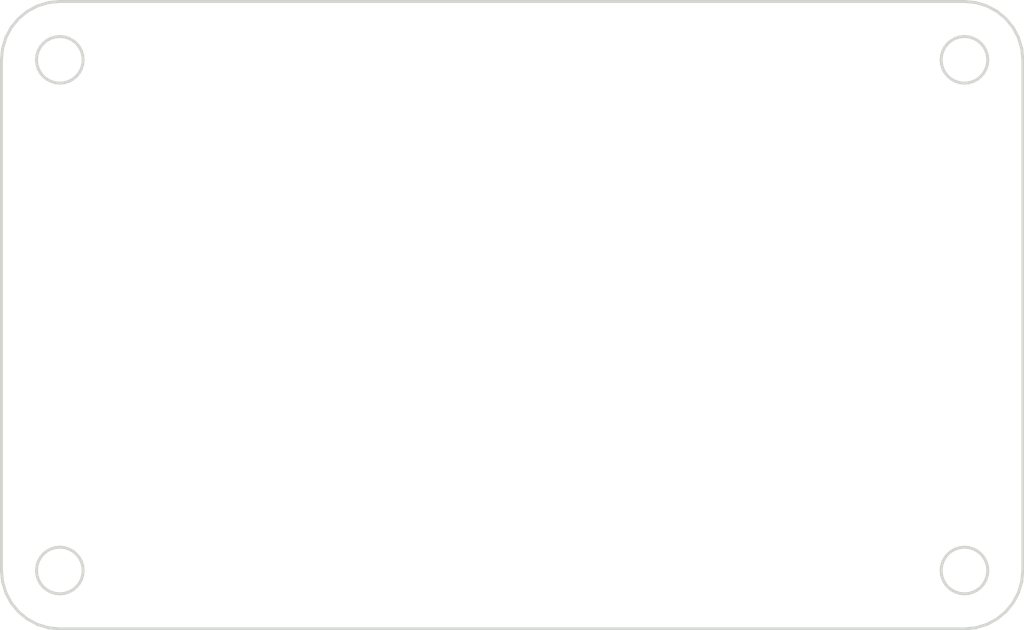
<source format=kicad_pcb>
(kicad_pcb (version 20171130) (host pcbnew 5.0.0-rc2-dev-unknown-9e8bcbe~62~ubuntu16.04.1)

  (general
    (thickness 1.6)
    (drawings 164)
    (tracks 0)
    (zones 0)
    (modules 0)
    (nets 1)
  )

  (page A4)
  (layers
    (0 F.Cu signal)
    (31 B.Cu signal)
    (32 B.Adhes user)
    (33 F.Adhes user)
    (34 B.Paste user)
    (35 F.Paste user)
    (36 B.SilkS user)
    (37 F.SilkS user)
    (38 B.Mask user)
    (39 F.Mask user)
    (40 Dwgs.User user)
    (41 Cmts.User user)
    (42 Eco1.User user)
    (43 Eco2.User user)
    (44 Edge.Cuts user)
    (45 Margin user)
    (46 B.CrtYd user)
    (47 F.CrtYd user)
    (48 B.Fab user)
    (49 F.Fab user)
  )

  (setup
    (last_trace_width 0.25)
    (trace_clearance 0.2)
    (zone_clearance 0.508)
    (zone_45_only no)
    (trace_min 0.2)
    (segment_width 0.2)
    (edge_width 0.15)
    (via_size 0.8)
    (via_drill 0.4)
    (via_min_size 0.4)
    (via_min_drill 0.3)
    (uvia_size 0.3)
    (uvia_drill 0.1)
    (uvias_allowed no)
    (uvia_min_size 0.2)
    (uvia_min_drill 0.1)
    (pcb_text_width 0.3)
    (pcb_text_size 1.5 1.5)
    (mod_edge_width 0.15)
    (mod_text_size 1 1)
    (mod_text_width 0.15)
    (pad_size 1.524 1.524)
    (pad_drill 0.762)
    (pad_to_mask_clearance 0.2)
    (aux_axis_origin 0 0)
    (visible_elements FFFFFF7F)
    (pcbplotparams
      (layerselection 0x010fc_ffffffff)
      (usegerberextensions false)
      (usegerberattributes false)
      (usegerberadvancedattributes false)
      (creategerberjobfile false)
      (excludeedgelayer true)
      (linewidth 0.100000)
      (plotframeref false)
      (viasonmask false)
      (mode 1)
      (useauxorigin false)
      (hpglpennumber 1)
      (hpglpenspeed 20)
      (hpglpendiameter 15)
      (psnegative false)
      (psa4output false)
      (plotreference true)
      (plotvalue true)
      (plotinvisibletext false)
      (padsonsilk false)
      (subtractmaskfromsilk false)
      (outputformat 1)
      (mirror false)
      (drillshape 1)
      (scaleselection 1)
      (outputdirectory ""))
  )

  (net 0 "")

  (net_class Default "This is the default net class."
    (clearance 0.2)
    (trace_width 0.25)
    (via_dia 0.8)
    (via_drill 0.4)
    (uvia_dia 0.3)
    (uvia_drill 0.1)
  )

  (gr_line (start 184.7282 119.0123) (end 184.4161 118.98155) (layer Edge.Cuts) (width 0.2))
  (gr_line (start 185.0403 118.98155) (end 184.7282 119.0123) (layer Edge.Cuts) (width 0.2))
  (gr_line (start 185.3405 118.8905) (end 185.0403 118.98155) (layer Edge.Cuts) (width 0.2))
  (gr_line (start 186.9505 120.738172) (end 187.5566 120.24072) (layer Edge.Cuts) (width 0.2))
  (gr_line (start 184.4161 118.98155) (end 184.1159 118.8905) (layer Edge.Cuts) (width 0.2))
  (gr_line (start 122.72818 119.0123) (end 122.41605 118.98155) (layer Edge.Cuts) (width 0.2))
  (gr_line (start 123.04033 118.98155) (end 122.72818 119.0123) (layer Edge.Cuts) (width 0.2))
  (gr_line (start 123.34049 118.8905) (end 123.04033 118.98155) (layer Edge.Cuts) (width 0.2))
  (gr_line (start 121.39785 83.30119) (end 121.24999 83.02459) (layer Edge.Cuts) (width 0.2))
  (gr_line (start 121.59682 83.54369) (end 121.39785 83.30119) (layer Edge.Cuts) (width 0.2))
  (gr_line (start 121.83928 83.74269) (end 121.59682 83.54369) (layer Edge.Cuts) (width 0.2))
  (gr_line (start 122.1159 83.89049) (end 121.83928 83.74269) (layer Edge.Cuts) (width 0.2))
  (gr_line (start 188.0541 119.63458) (end 188.4237 118.94304) (layer Edge.Cuts) (width 0.2))
  (gr_line (start 121.83928 116.08195) (end 122.1159 115.93409) (layer Edge.Cuts) (width 0.2))
  (gr_line (start 121.59682 116.28093) (end 121.83928 116.08195) (layer Edge.Cuts) (width 0.2))
  (gr_line (start 121.39785 116.52339) (end 121.59682 116.28093) (layer Edge.Cuts) (width 0.2))
  (gr_line (start 121.24999 116.8) (end 121.39785 116.52339) (layer Edge.Cuts) (width 0.2))
  (gr_line (start 124.05854 116.52339) (end 124.2064 116.8) (layer Edge.Cuts) (width 0.2))
  (gr_line (start 123.85956 116.28093) (end 124.05854 116.52339) (layer Edge.Cuts) (width 0.2))
  (gr_line (start 123.6171 116.08195) (end 123.85956 116.28093) (layer Edge.Cuts) (width 0.2))
  (gr_line (start 123.34049 115.93409) (end 123.6171 116.08195) (layer Edge.Cuts) (width 0.2))
  (gr_line (start 188.4237 118.94304) (end 188.6513 118.19265) (layer Edge.Cuts) (width 0.2))
  (gr_line (start 185.0403 80.84309) (end 185.3405 80.93409) (layer Edge.Cuts) (width 0.2))
  (gr_line (start 184.7282 80.81229) (end 185.0403 80.84309) (layer Edge.Cuts) (width 0.2))
  (gr_line (start 184.4161 80.84309) (end 184.7282 80.81229) (layer Edge.Cuts) (width 0.2))
  (gr_line (start 184.1159 80.93409) (end 184.4161 80.84309) (layer Edge.Cuts) (width 0.2))
  (gr_line (start 185.0403 115.84305) (end 185.3405 115.93409) (layer Edge.Cuts) (width 0.2))
  (gr_line (start 184.7282 115.8123) (end 185.0403 115.84305) (layer Edge.Cuts) (width 0.2))
  (gr_line (start 184.4161 115.84305) (end 184.7282 115.8123) (layer Edge.Cuts) (width 0.2))
  (gr_line (start 184.1159 115.93409) (end 184.4161 115.84305) (layer Edge.Cuts) (width 0.2))
  (gr_line (start 118.7282 117.41229) (end 118.805058 118.19265) (layer Edge.Cuts) (width 0.2))
  (gr_line (start 118.7282 82.41229) (end 118.7282 117.41229) (layer Edge.Cuts) (width 0.2))
  (gr_line (start 118.805058 81.63199) (end 118.7282 82.41229) (layer Edge.Cuts) (width 0.2))
  (gr_line (start 119.032674 80.88159) (end 118.805058 81.63199) (layer Edge.Cuts) (width 0.2))
  (gr_line (start 119.402318 80.18999) (end 119.032674 80.88159) (layer Edge.Cuts) (width 0.2))
  (gr_line (start 186.0585 116.52339) (end 186.2064 116.8) (layer Edge.Cuts) (width 0.2))
  (gr_line (start 185.8596 116.28093) (end 186.0585 116.52339) (layer Edge.Cuts) (width 0.2))
  (gr_line (start 185.6171 116.08195) (end 185.8596 116.28093) (layer Edge.Cuts) (width 0.2))
  (gr_line (start 185.3405 115.93409) (end 185.6171 116.08195) (layer Edge.Cuts) (width 0.2))
  (gr_line (start 185.6171 83.74269) (end 185.3405 83.89049) (layer Edge.Cuts) (width 0.2))
  (gr_line (start 185.8596 83.54369) (end 185.6171 83.74269) (layer Edge.Cuts) (width 0.2))
  (gr_line (start 186.0585 83.30119) (end 185.8596 83.54369) (layer Edge.Cuts) (width 0.2))
  (gr_line (start 186.2064 83.02459) (end 186.0585 83.30119) (layer Edge.Cuts) (width 0.2))
  (gr_line (start 183.1589 82.10019) (end 183.25 81.79999) (layer Edge.Cuts) (width 0.2))
  (gr_line (start 183.1282 82.41229) (end 183.1589 82.10019) (layer Edge.Cuts) (width 0.2))
  (gr_line (start 183.1589 82.72439) (end 183.1282 82.41229) (layer Edge.Cuts) (width 0.2))
  (gr_line (start 183.25 83.02459) (end 183.1589 82.72439) (layer Edge.Cuts) (width 0.2))
  (gr_line (start 188.4237 80.88159) (end 188.0541 80.18999) (layer Edge.Cuts) (width 0.2))
  (gr_line (start 188.6513 81.63199) (end 188.4237 80.88159) (layer Edge.Cuts) (width 0.2))
  (gr_line (start 186.2589 121.107816) (end 186.9505 120.738172) (layer Edge.Cuts) (width 0.2))
  (gr_line (start 124.29744 82.72439) (end 124.2064 83.02459) (layer Edge.Cuts) (width 0.2))
  (gr_line (start 124.32819 82.41229) (end 124.29744 82.72439) (layer Edge.Cuts) (width 0.2))
  (gr_line (start 124.29744 82.10019) (end 124.32819 82.41229) (layer Edge.Cuts) (width 0.2))
  (gr_line (start 124.2064 81.79999) (end 124.29744 82.10019) (layer Edge.Cuts) (width 0.2))
  (gr_line (start 183.3978 118.30121) (end 183.25 118.02459) (layer Edge.Cuts) (width 0.2))
  (gr_line (start 183.5968 118.54367) (end 183.3978 118.30121) (layer Edge.Cuts) (width 0.2))
  (gr_line (start 183.8393 118.74264) (end 183.5968 118.54367) (layer Edge.Cuts) (width 0.2))
  (gr_line (start 184.1159 118.8905) (end 183.8393 118.74264) (layer Edge.Cuts) (width 0.2))
  (gr_line (start 123.04033 115.84305) (end 123.34049 115.93409) (layer Edge.Cuts) (width 0.2))
  (gr_line (start 122.7282 115.8123) (end 123.04033 115.84305) (layer Edge.Cuts) (width 0.2))
  (gr_line (start 122.41605 115.84305) (end 122.7282 115.8123) (layer Edge.Cuts) (width 0.2))
  (gr_line (start 122.1159 115.93409) (end 122.41605 115.84305) (layer Edge.Cuts) (width 0.2))
  (gr_line (start 188.7282 82.41229) (end 188.6513 81.63199) (layer Edge.Cuts) (width 0.2))
  (gr_line (start 188.6513 118.19265) (end 188.7282 117.41229) (layer Edge.Cuts) (width 0.2))
  (gr_line (start 122.41605 118.98155) (end 122.1159 118.8905) (layer Edge.Cuts) (width 0.2))
  (gr_line (start 184.7282 84.01229) (end 184.4161 83.98159) (layer Edge.Cuts) (width 0.2))
  (gr_line (start 185.0403 83.98159) (end 184.7282 84.01229) (layer Edge.Cuts) (width 0.2))
  (gr_line (start 185.3405 83.89049) (end 185.0403 83.98159) (layer Edge.Cuts) (width 0.2))
  (gr_line (start 186.2974 82.72439) (end 186.2064 83.02459) (layer Edge.Cuts) (width 0.2))
  (gr_line (start 186.3282 82.41229) (end 186.2974 82.72439) (layer Edge.Cuts) (width 0.2))
  (gr_line (start 186.2974 82.10019) (end 186.3282 82.41229) (layer Edge.Cuts) (width 0.2))
  (gr_line (start 186.2064 81.79999) (end 186.2974 82.10019) (layer Edge.Cuts) (width 0.2))
  (gr_line (start 121.15894 82.10019) (end 121.24999 81.79999) (layer Edge.Cuts) (width 0.2))
  (gr_line (start 121.12819 82.41229) (end 121.15894 82.10019) (layer Edge.Cuts) (width 0.2))
  (gr_line (start 121.15894 82.72439) (end 121.12819 82.41229) (layer Edge.Cuts) (width 0.2))
  (gr_line (start 121.24999 83.02459) (end 121.15894 82.72439) (layer Edge.Cuts) (width 0.2))
  (gr_line (start 188.7282 117.41229) (end 188.7282 82.41229) (layer Edge.Cuts) (width 0.2))
  (gr_line (start 120.50591 120.738172) (end 121.19745 121.107816) (layer Edge.Cuts) (width 0.2))
  (gr_line (start 119.89977 120.24072) (end 120.50591 120.738172) (layer Edge.Cuts) (width 0.2))
  (gr_line (start 119.402318 119.63458) (end 119.89977 120.24072) (layer Edge.Cuts) (width 0.2))
  (gr_line (start 119.032674 118.94304) (end 119.402318 119.63458) (layer Edge.Cuts) (width 0.2))
  (gr_line (start 118.805058 118.19265) (end 119.032674 118.94304) (layer Edge.Cuts) (width 0.2))
  (gr_line (start 124.05854 81.52339) (end 124.2064 81.79999) (layer Edge.Cuts) (width 0.2))
  (gr_line (start 123.85956 81.28089) (end 124.05854 81.52339) (layer Edge.Cuts) (width 0.2))
  (gr_line (start 123.6171 81.08199) (end 123.85956 81.28089) (layer Edge.Cuts) (width 0.2))
  (gr_line (start 123.34049 80.93409) (end 123.6171 81.08199) (layer Edge.Cuts) (width 0.2))
  (gr_line (start 122.41605 83.98159) (end 122.1159 83.89049) (layer Edge.Cuts) (width 0.2))
  (gr_line (start 184.7282 121.41229) (end 185.5085 121.335431) (layer Edge.Cuts) (width 0.2))
  (gr_line (start 122.72818 121.41229) (end 184.7282 121.41229) (layer Edge.Cuts) (width 0.2))
  (gr_line (start 121.94784 121.335431) (end 122.72818 121.41229) (layer Edge.Cuts) (width 0.2))
  (gr_line (start 121.19745 121.107816) (end 121.94784 121.335431) (layer Edge.Cuts) (width 0.2))
  (gr_line (start 184.7282 78.41229) (end 122.7282 78.41229) (layer Edge.Cuts) (width 0.2))
  (gr_line (start 185.5085 78.48919) (end 184.7282 78.41229) (layer Edge.Cuts) (width 0.2))
  (gr_line (start 123.04033 80.84309) (end 123.34049 80.93409) (layer Edge.Cuts) (width 0.2))
  (gr_line (start 122.7282 80.81229) (end 123.04033 80.84309) (layer Edge.Cuts) (width 0.2))
  (gr_line (start 122.41605 80.84309) (end 122.7282 80.81229) (layer Edge.Cuts) (width 0.2))
  (gr_line (start 122.1159 80.93409) (end 122.41605 80.84309) (layer Edge.Cuts) (width 0.2))
  (gr_line (start 184.4161 83.98159) (end 184.1159 83.89049) (layer Edge.Cuts) (width 0.2))
  (gr_line (start 122.72818 84.01229) (end 122.41605 83.98159) (layer Edge.Cuts) (width 0.2))
  (gr_line (start 123.04033 83.98159) (end 122.72818 84.01229) (layer Edge.Cuts) (width 0.2))
  (gr_line (start 123.34049 83.89049) (end 123.04033 83.98159) (layer Edge.Cuts) (width 0.2))
  (gr_line (start 186.2589 78.71679) (end 185.5085 78.48919) (layer Edge.Cuts) (width 0.2))
  (gr_line (start 186.9505 79.08639) (end 186.2589 78.71679) (layer Edge.Cuts) (width 0.2))
  (gr_line (start 123.6171 83.74269) (end 123.34049 83.89049) (layer Edge.Cuts) (width 0.2))
  (gr_line (start 123.85956 83.54369) (end 123.6171 83.74269) (layer Edge.Cuts) (width 0.2))
  (gr_line (start 124.05854 83.30119) (end 123.85956 83.54369) (layer Edge.Cuts) (width 0.2))
  (gr_line (start 124.2064 83.02459) (end 124.05854 83.30119) (layer Edge.Cuts) (width 0.2))
  (gr_line (start 185.6171 118.74264) (end 185.3405 118.8905) (layer Edge.Cuts) (width 0.2))
  (gr_line (start 185.8596 118.54367) (end 185.6171 118.74264) (layer Edge.Cuts) (width 0.2))
  (gr_line (start 186.0585 118.30121) (end 185.8596 118.54367) (layer Edge.Cuts) (width 0.2))
  (gr_line (start 186.2064 118.02459) (end 186.0585 118.30121) (layer Edge.Cuts) (width 0.2))
  (gr_line (start 121.94784 78.48919) (end 121.19745 78.71679) (layer Edge.Cuts) (width 0.2))
  (gr_line (start 122.7282 78.41229) (end 121.94784 78.48919) (layer Edge.Cuts) (width 0.2))
  (gr_line (start 123.6171 118.74264) (end 123.34049 118.8905) (layer Edge.Cuts) (width 0.2))
  (gr_line (start 123.85956 118.54367) (end 123.6171 118.74264) (layer Edge.Cuts) (width 0.2))
  (gr_line (start 124.05854 118.30121) (end 123.85956 118.54367) (layer Edge.Cuts) (width 0.2))
  (gr_line (start 124.2064 118.02459) (end 124.05854 118.30121) (layer Edge.Cuts) (width 0.2))
  (gr_line (start 121.83928 81.08199) (end 122.1159 80.93409) (layer Edge.Cuts) (width 0.2))
  (gr_line (start 121.59682 81.28089) (end 121.83928 81.08199) (layer Edge.Cuts) (width 0.2))
  (gr_line (start 121.39785 81.52339) (end 121.59682 81.28089) (layer Edge.Cuts) (width 0.2))
  (gr_line (start 121.24999 81.79999) (end 121.39785 81.52339) (layer Edge.Cuts) (width 0.2))
  (gr_line (start 121.15894 117.10016) (end 121.24999 116.8) (layer Edge.Cuts) (width 0.2))
  (gr_line (start 121.12819 117.41229) (end 121.15894 117.10016) (layer Edge.Cuts) (width 0.2))
  (gr_line (start 121.15894 117.72444) (end 121.12819 117.41229) (layer Edge.Cuts) (width 0.2))
  (gr_line (start 121.24999 118.02459) (end 121.15894 117.72444) (layer Edge.Cuts) (width 0.2))
  (gr_line (start 186.0585 81.52339) (end 186.2064 81.79999) (layer Edge.Cuts) (width 0.2))
  (gr_line (start 185.8596 81.28089) (end 186.0585 81.52339) (layer Edge.Cuts) (width 0.2))
  (gr_line (start 185.6171 81.08199) (end 185.8596 81.28089) (layer Edge.Cuts) (width 0.2))
  (gr_line (start 185.3405 80.93409) (end 185.6171 81.08199) (layer Edge.Cuts) (width 0.2))
  (gr_line (start 186.2974 117.72444) (end 186.2064 118.02459) (layer Edge.Cuts) (width 0.2))
  (gr_line (start 186.3282 117.41229) (end 186.2974 117.72444) (layer Edge.Cuts) (width 0.2))
  (gr_line (start 186.2974 117.10016) (end 186.3282 117.41229) (layer Edge.Cuts) (width 0.2))
  (gr_line (start 186.2064 116.8) (end 186.2974 117.10016) (layer Edge.Cuts) (width 0.2))
  (gr_line (start 124.29744 117.72444) (end 124.2064 118.02459) (layer Edge.Cuts) (width 0.2))
  (gr_line (start 124.32819 117.41229) (end 124.29744 117.72444) (layer Edge.Cuts) (width 0.2))
  (gr_line (start 124.29744 117.10016) (end 124.32819 117.41229) (layer Edge.Cuts) (width 0.2))
  (gr_line (start 124.2064 116.8) (end 124.29744 117.10016) (layer Edge.Cuts) (width 0.2))
  (gr_line (start 119.89977 79.58389) (end 119.402318 80.18999) (layer Edge.Cuts) (width 0.2))
  (gr_line (start 120.50591 79.08639) (end 119.89977 79.58389) (layer Edge.Cuts) (width 0.2))
  (gr_line (start 121.19745 78.71679) (end 120.50591 79.08639) (layer Edge.Cuts) (width 0.2))
  (gr_line (start 183.8393 81.08199) (end 184.1159 80.93409) (layer Edge.Cuts) (width 0.2))
  (gr_line (start 183.5968 81.28089) (end 183.8393 81.08199) (layer Edge.Cuts) (width 0.2))
  (gr_line (start 183.3978 81.52339) (end 183.5968 81.28089) (layer Edge.Cuts) (width 0.2))
  (gr_line (start 183.25 81.79999) (end 183.3978 81.52339) (layer Edge.Cuts) (width 0.2))
  (gr_line (start 183.3978 83.30119) (end 183.25 83.02459) (layer Edge.Cuts) (width 0.2))
  (gr_line (start 183.5968 83.54369) (end 183.3978 83.30119) (layer Edge.Cuts) (width 0.2))
  (gr_line (start 183.8393 83.74269) (end 183.5968 83.54369) (layer Edge.Cuts) (width 0.2))
  (gr_line (start 184.1159 83.89049) (end 183.8393 83.74269) (layer Edge.Cuts) (width 0.2))
  (gr_line (start 187.5566 79.58389) (end 186.9505 79.08639) (layer Edge.Cuts) (width 0.2))
  (gr_line (start 188.0541 80.18999) (end 187.5566 79.58389) (layer Edge.Cuts) (width 0.2))
  (gr_line (start 185.5085 121.335431) (end 186.2589 121.107816) (layer Edge.Cuts) (width 0.2))
  (gr_line (start 183.1589 117.10016) (end 183.25 116.8) (layer Edge.Cuts) (width 0.2))
  (gr_line (start 183.1282 117.41229) (end 183.1589 117.10016) (layer Edge.Cuts) (width 0.2))
  (gr_line (start 183.1589 117.72444) (end 183.1282 117.41229) (layer Edge.Cuts) (width 0.2))
  (gr_line (start 183.25 118.02459) (end 183.1589 117.72444) (layer Edge.Cuts) (width 0.2))
  (gr_line (start 187.5566 120.24072) (end 188.0541 119.63458) (layer Edge.Cuts) (width 0.2))
  (gr_line (start 121.39785 118.30121) (end 121.24999 118.02459) (layer Edge.Cuts) (width 0.2))
  (gr_line (start 121.59682 118.54367) (end 121.39785 118.30121) (layer Edge.Cuts) (width 0.2))
  (gr_line (start 121.83928 118.74264) (end 121.59682 118.54367) (layer Edge.Cuts) (width 0.2))
  (gr_line (start 122.1159 118.8905) (end 121.83928 118.74264) (layer Edge.Cuts) (width 0.2))
  (gr_line (start 183.8393 116.08195) (end 184.1159 115.93409) (layer Edge.Cuts) (width 0.2))
  (gr_line (start 183.5968 116.28093) (end 183.8393 116.08195) (layer Edge.Cuts) (width 0.2))
  (gr_line (start 183.3978 116.52339) (end 183.5968 116.28093) (layer Edge.Cuts) (width 0.2))
  (gr_line (start 183.25 116.8) (end 183.3978 116.52339) (layer Edge.Cuts) (width 0.2))

)

</source>
